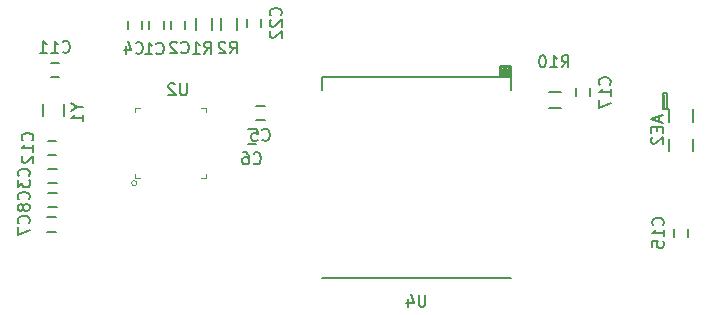
<source format=gbo>
G04 #@! TF.FileFunction,Legend,Bot*
%FSLAX46Y46*%
G04 Gerber Fmt 4.6, Leading zero omitted, Abs format (unit mm)*
G04 Created by KiCad (PCBNEW 4.0.5+dfsg1-4~bpo8+1) date Tue Nov 21 17:33:29 2017*
%MOMM*%
%LPD*%
G01*
G04 APERTURE LIST*
%ADD10C,0.100000*%
%ADD11C,0.200000*%
%ADD12C,0.150000*%
G04 APERTURE END LIST*
D10*
D11*
X128400000Y-72050000D02*
X129050000Y-72050000D01*
X129050000Y-72050000D02*
X129050000Y-71400000D01*
X129050000Y-71400000D02*
X128400000Y-71400000D01*
X128400000Y-71400000D02*
X128400000Y-71900000D01*
X128400000Y-71900000D02*
X128900000Y-71900000D01*
X128900000Y-71900000D02*
X128900000Y-71500000D01*
X128900000Y-71500000D02*
X128550000Y-71500000D01*
X128550000Y-71500000D02*
X128550000Y-71750000D01*
X128550000Y-71750000D02*
X128800000Y-71750000D01*
X128800000Y-71750000D02*
X128800000Y-71600000D01*
X128800000Y-71600000D02*
X128650000Y-71600000D01*
X129200000Y-72200000D02*
X129200000Y-71250000D01*
X129200000Y-71250000D02*
X128250000Y-71250000D01*
X128250000Y-71250000D02*
X128250000Y-72150000D01*
X113200000Y-72200000D02*
X113200000Y-73300000D01*
X129200000Y-72200000D02*
X129200000Y-73300000D01*
X129200000Y-72200000D02*
X113200000Y-72200000D01*
X113200000Y-89200000D02*
X129200000Y-89200000D01*
X142600000Y-74900000D02*
X142300000Y-74900000D01*
X142300000Y-74900000D02*
X142100000Y-74900000D01*
X142100000Y-74900000D02*
X142100000Y-73600000D01*
X142100000Y-73600000D02*
X142400000Y-73600000D01*
X142400000Y-73600000D02*
X142400000Y-74900000D01*
X142400000Y-74900000D02*
X142200000Y-74900000D01*
X142200000Y-74900000D02*
X142200000Y-73700000D01*
X142600000Y-78500000D02*
X142600000Y-77500000D01*
X144600000Y-77500000D02*
X144600000Y-78500000D01*
X144600000Y-74900000D02*
X144600000Y-76000000D01*
X142600000Y-74900000D02*
X142600000Y-76000000D01*
D12*
X99800000Y-68150000D02*
X99800000Y-67450000D01*
X98600000Y-67450000D02*
X98600000Y-68150000D01*
X101600000Y-68150000D02*
X101600000Y-67450000D01*
X100400000Y-67450000D02*
X100400000Y-68150000D01*
X90750000Y-80000000D02*
X90050000Y-80000000D01*
X90050000Y-81200000D02*
X90750000Y-81200000D01*
X98000000Y-68150000D02*
X98000000Y-67450000D01*
X96800000Y-67450000D02*
X96800000Y-68150000D01*
X107650000Y-75850000D02*
X108350000Y-75850000D01*
X108350000Y-74650000D02*
X107650000Y-74650000D01*
X106900000Y-77850000D02*
X107600000Y-77850000D01*
X107600000Y-76650000D02*
X106900000Y-76650000D01*
X90650000Y-84100000D02*
X89950000Y-84100000D01*
X89950000Y-85300000D02*
X90650000Y-85300000D01*
X90750000Y-82000000D02*
X90050000Y-82000000D01*
X90050000Y-83200000D02*
X90750000Y-83200000D01*
X90950000Y-71000000D02*
X90250000Y-71000000D01*
X90250000Y-72200000D02*
X90950000Y-72200000D01*
X89970000Y-78820000D02*
X90670000Y-78820000D01*
X90670000Y-77620000D02*
X89970000Y-77620000D01*
X143000000Y-85050000D02*
X143000000Y-85750000D01*
X144200000Y-85750000D02*
X144200000Y-85050000D01*
X135900000Y-73850000D02*
X135900000Y-73150000D01*
X134700000Y-73150000D02*
X134700000Y-73850000D01*
X103875000Y-68200000D02*
X103875000Y-67200000D01*
X102525000Y-67200000D02*
X102525000Y-68200000D01*
X104625000Y-67200000D02*
X104625000Y-68200000D01*
X105975000Y-68200000D02*
X105975000Y-67200000D01*
X133400000Y-73525000D02*
X132400000Y-73525000D01*
X132400000Y-74875000D02*
X133400000Y-74875000D01*
D10*
X97523607Y-81200000D02*
G75*
G03X97523607Y-81200000I-223607J0D01*
G01*
X97400000Y-80400000D02*
X97400000Y-80800000D01*
X97400000Y-80800000D02*
X97800000Y-80800000D01*
X103400000Y-80400000D02*
X103400000Y-80800000D01*
X103400000Y-80800000D02*
X103000000Y-80800000D01*
X103000000Y-74800000D02*
X103400000Y-74800000D01*
X103400000Y-74800000D02*
X103400000Y-75200000D01*
X97400000Y-74800000D02*
X97800000Y-74800000D01*
X97400000Y-74800000D02*
X97400000Y-75200000D01*
D12*
X91400000Y-74500000D02*
X91400000Y-75500000D01*
X89600000Y-74500000D02*
X89600000Y-75500000D01*
X108040000Y-67990000D02*
X108040000Y-67290000D01*
X106840000Y-67290000D02*
X106840000Y-67990000D01*
X121961905Y-90652381D02*
X121961905Y-91461905D01*
X121914286Y-91557143D01*
X121866667Y-91604762D01*
X121771429Y-91652381D01*
X121580952Y-91652381D01*
X121485714Y-91604762D01*
X121438095Y-91557143D01*
X121390476Y-91461905D01*
X121390476Y-90652381D01*
X120485714Y-90985714D02*
X120485714Y-91652381D01*
X120723810Y-90604762D02*
X120961905Y-91319048D01*
X120342857Y-91319048D01*
X141776667Y-75553333D02*
X141776667Y-76029524D01*
X142062381Y-75458095D02*
X141062381Y-75791428D01*
X142062381Y-76124762D01*
X141538571Y-76458095D02*
X141538571Y-76791429D01*
X142062381Y-76934286D02*
X142062381Y-76458095D01*
X141062381Y-76458095D01*
X141062381Y-76934286D01*
X141157619Y-77315238D02*
X141110000Y-77362857D01*
X141062381Y-77458095D01*
X141062381Y-77696191D01*
X141110000Y-77791429D01*
X141157619Y-77839048D01*
X141252857Y-77886667D01*
X141348095Y-77886667D01*
X141490952Y-77839048D01*
X142062381Y-77267619D01*
X142062381Y-77886667D01*
X99186666Y-70197143D02*
X99234285Y-70244762D01*
X99377142Y-70292381D01*
X99472380Y-70292381D01*
X99615238Y-70244762D01*
X99710476Y-70149524D01*
X99758095Y-70054286D01*
X99805714Y-69863810D01*
X99805714Y-69720952D01*
X99758095Y-69530476D01*
X99710476Y-69435238D01*
X99615238Y-69340000D01*
X99472380Y-69292381D01*
X99377142Y-69292381D01*
X99234285Y-69340000D01*
X99186666Y-69387619D01*
X98234285Y-70292381D02*
X98805714Y-70292381D01*
X98520000Y-70292381D02*
X98520000Y-69292381D01*
X98615238Y-69435238D01*
X98710476Y-69530476D01*
X98805714Y-69578095D01*
X101296666Y-70117143D02*
X101344285Y-70164762D01*
X101487142Y-70212381D01*
X101582380Y-70212381D01*
X101725238Y-70164762D01*
X101820476Y-70069524D01*
X101868095Y-69974286D01*
X101915714Y-69783810D01*
X101915714Y-69640952D01*
X101868095Y-69450476D01*
X101820476Y-69355238D01*
X101725238Y-69260000D01*
X101582380Y-69212381D01*
X101487142Y-69212381D01*
X101344285Y-69260000D01*
X101296666Y-69307619D01*
X100915714Y-69307619D02*
X100868095Y-69260000D01*
X100772857Y-69212381D01*
X100534761Y-69212381D01*
X100439523Y-69260000D01*
X100391904Y-69307619D01*
X100344285Y-69402857D01*
X100344285Y-69498095D01*
X100391904Y-69640952D01*
X100963333Y-70212381D01*
X100344285Y-70212381D01*
X88357143Y-80583334D02*
X88404762Y-80535715D01*
X88452381Y-80392858D01*
X88452381Y-80297620D01*
X88404762Y-80154762D01*
X88309524Y-80059524D01*
X88214286Y-80011905D01*
X88023810Y-79964286D01*
X87880952Y-79964286D01*
X87690476Y-80011905D01*
X87595238Y-80059524D01*
X87500000Y-80154762D01*
X87452381Y-80297620D01*
X87452381Y-80392858D01*
X87500000Y-80535715D01*
X87547619Y-80583334D01*
X87452381Y-80916667D02*
X87452381Y-81535715D01*
X87833333Y-81202381D01*
X87833333Y-81345239D01*
X87880952Y-81440477D01*
X87928571Y-81488096D01*
X88023810Y-81535715D01*
X88261905Y-81535715D01*
X88357143Y-81488096D01*
X88404762Y-81440477D01*
X88452381Y-81345239D01*
X88452381Y-81059524D01*
X88404762Y-80964286D01*
X88357143Y-80916667D01*
X97436666Y-70157143D02*
X97484285Y-70204762D01*
X97627142Y-70252381D01*
X97722380Y-70252381D01*
X97865238Y-70204762D01*
X97960476Y-70109524D01*
X98008095Y-70014286D01*
X98055714Y-69823810D01*
X98055714Y-69680952D01*
X98008095Y-69490476D01*
X97960476Y-69395238D01*
X97865238Y-69300000D01*
X97722380Y-69252381D01*
X97627142Y-69252381D01*
X97484285Y-69300000D01*
X97436666Y-69347619D01*
X96579523Y-69585714D02*
X96579523Y-70252381D01*
X96817619Y-69204762D02*
X97055714Y-69919048D01*
X96436666Y-69919048D01*
X108166666Y-77507143D02*
X108214285Y-77554762D01*
X108357142Y-77602381D01*
X108452380Y-77602381D01*
X108595238Y-77554762D01*
X108690476Y-77459524D01*
X108738095Y-77364286D01*
X108785714Y-77173810D01*
X108785714Y-77030952D01*
X108738095Y-76840476D01*
X108690476Y-76745238D01*
X108595238Y-76650000D01*
X108452380Y-76602381D01*
X108357142Y-76602381D01*
X108214285Y-76650000D01*
X108166666Y-76697619D01*
X107261904Y-76602381D02*
X107738095Y-76602381D01*
X107785714Y-77078571D01*
X107738095Y-77030952D01*
X107642857Y-76983333D01*
X107404761Y-76983333D01*
X107309523Y-77030952D01*
X107261904Y-77078571D01*
X107214285Y-77173810D01*
X107214285Y-77411905D01*
X107261904Y-77507143D01*
X107309523Y-77554762D01*
X107404761Y-77602381D01*
X107642857Y-77602381D01*
X107738095Y-77554762D01*
X107785714Y-77507143D01*
X107416666Y-79507143D02*
X107464285Y-79554762D01*
X107607142Y-79602381D01*
X107702380Y-79602381D01*
X107845238Y-79554762D01*
X107940476Y-79459524D01*
X107988095Y-79364286D01*
X108035714Y-79173810D01*
X108035714Y-79030952D01*
X107988095Y-78840476D01*
X107940476Y-78745238D01*
X107845238Y-78650000D01*
X107702380Y-78602381D01*
X107607142Y-78602381D01*
X107464285Y-78650000D01*
X107416666Y-78697619D01*
X106559523Y-78602381D02*
X106750000Y-78602381D01*
X106845238Y-78650000D01*
X106892857Y-78697619D01*
X106988095Y-78840476D01*
X107035714Y-79030952D01*
X107035714Y-79411905D01*
X106988095Y-79507143D01*
X106940476Y-79554762D01*
X106845238Y-79602381D01*
X106654761Y-79602381D01*
X106559523Y-79554762D01*
X106511904Y-79507143D01*
X106464285Y-79411905D01*
X106464285Y-79173810D01*
X106511904Y-79078571D01*
X106559523Y-79030952D01*
X106654761Y-78983333D01*
X106845238Y-78983333D01*
X106940476Y-79030952D01*
X106988095Y-79078571D01*
X107035714Y-79173810D01*
X88357143Y-84583334D02*
X88404762Y-84535715D01*
X88452381Y-84392858D01*
X88452381Y-84297620D01*
X88404762Y-84154762D01*
X88309524Y-84059524D01*
X88214286Y-84011905D01*
X88023810Y-83964286D01*
X87880952Y-83964286D01*
X87690476Y-84011905D01*
X87595238Y-84059524D01*
X87500000Y-84154762D01*
X87452381Y-84297620D01*
X87452381Y-84392858D01*
X87500000Y-84535715D01*
X87547619Y-84583334D01*
X87452381Y-84916667D02*
X87452381Y-85583334D01*
X88452381Y-85154762D01*
X88357143Y-82583334D02*
X88404762Y-82535715D01*
X88452381Y-82392858D01*
X88452381Y-82297620D01*
X88404762Y-82154762D01*
X88309524Y-82059524D01*
X88214286Y-82011905D01*
X88023810Y-81964286D01*
X87880952Y-81964286D01*
X87690476Y-82011905D01*
X87595238Y-82059524D01*
X87500000Y-82154762D01*
X87452381Y-82297620D01*
X87452381Y-82392858D01*
X87500000Y-82535715D01*
X87547619Y-82583334D01*
X87880952Y-83154762D02*
X87833333Y-83059524D01*
X87785714Y-83011905D01*
X87690476Y-82964286D01*
X87642857Y-82964286D01*
X87547619Y-83011905D01*
X87500000Y-83059524D01*
X87452381Y-83154762D01*
X87452381Y-83345239D01*
X87500000Y-83440477D01*
X87547619Y-83488096D01*
X87642857Y-83535715D01*
X87690476Y-83535715D01*
X87785714Y-83488096D01*
X87833333Y-83440477D01*
X87880952Y-83345239D01*
X87880952Y-83154762D01*
X87928571Y-83059524D01*
X87976190Y-83011905D01*
X88071429Y-82964286D01*
X88261905Y-82964286D01*
X88357143Y-83011905D01*
X88404762Y-83059524D01*
X88452381Y-83154762D01*
X88452381Y-83345239D01*
X88404762Y-83440477D01*
X88357143Y-83488096D01*
X88261905Y-83535715D01*
X88071429Y-83535715D01*
X87976190Y-83488096D01*
X87928571Y-83440477D01*
X87880952Y-83345239D01*
X91242857Y-70057143D02*
X91290476Y-70104762D01*
X91433333Y-70152381D01*
X91528571Y-70152381D01*
X91671429Y-70104762D01*
X91766667Y-70009524D01*
X91814286Y-69914286D01*
X91861905Y-69723810D01*
X91861905Y-69580952D01*
X91814286Y-69390476D01*
X91766667Y-69295238D01*
X91671429Y-69200000D01*
X91528571Y-69152381D01*
X91433333Y-69152381D01*
X91290476Y-69200000D01*
X91242857Y-69247619D01*
X90290476Y-70152381D02*
X90861905Y-70152381D01*
X90576191Y-70152381D02*
X90576191Y-69152381D01*
X90671429Y-69295238D01*
X90766667Y-69390476D01*
X90861905Y-69438095D01*
X89338095Y-70152381D02*
X89909524Y-70152381D01*
X89623810Y-70152381D02*
X89623810Y-69152381D01*
X89719048Y-69295238D01*
X89814286Y-69390476D01*
X89909524Y-69438095D01*
X88677143Y-77577143D02*
X88724762Y-77529524D01*
X88772381Y-77386667D01*
X88772381Y-77291429D01*
X88724762Y-77148571D01*
X88629524Y-77053333D01*
X88534286Y-77005714D01*
X88343810Y-76958095D01*
X88200952Y-76958095D01*
X88010476Y-77005714D01*
X87915238Y-77053333D01*
X87820000Y-77148571D01*
X87772381Y-77291429D01*
X87772381Y-77386667D01*
X87820000Y-77529524D01*
X87867619Y-77577143D01*
X88772381Y-78529524D02*
X88772381Y-77958095D01*
X88772381Y-78243809D02*
X87772381Y-78243809D01*
X87915238Y-78148571D01*
X88010476Y-78053333D01*
X88058095Y-77958095D01*
X87867619Y-78910476D02*
X87820000Y-78958095D01*
X87772381Y-79053333D01*
X87772381Y-79291429D01*
X87820000Y-79386667D01*
X87867619Y-79434286D01*
X87962857Y-79481905D01*
X88058095Y-79481905D01*
X88200952Y-79434286D01*
X88772381Y-78862857D01*
X88772381Y-79481905D01*
X142057143Y-84757143D02*
X142104762Y-84709524D01*
X142152381Y-84566667D01*
X142152381Y-84471429D01*
X142104762Y-84328571D01*
X142009524Y-84233333D01*
X141914286Y-84185714D01*
X141723810Y-84138095D01*
X141580952Y-84138095D01*
X141390476Y-84185714D01*
X141295238Y-84233333D01*
X141200000Y-84328571D01*
X141152381Y-84471429D01*
X141152381Y-84566667D01*
X141200000Y-84709524D01*
X141247619Y-84757143D01*
X142152381Y-85709524D02*
X142152381Y-85138095D01*
X142152381Y-85423809D02*
X141152381Y-85423809D01*
X141295238Y-85328571D01*
X141390476Y-85233333D01*
X141438095Y-85138095D01*
X141152381Y-86614286D02*
X141152381Y-86138095D01*
X141628571Y-86090476D01*
X141580952Y-86138095D01*
X141533333Y-86233333D01*
X141533333Y-86471429D01*
X141580952Y-86566667D01*
X141628571Y-86614286D01*
X141723810Y-86661905D01*
X141961905Y-86661905D01*
X142057143Y-86614286D01*
X142104762Y-86566667D01*
X142152381Y-86471429D01*
X142152381Y-86233333D01*
X142104762Y-86138095D01*
X142057143Y-86090476D01*
X137557143Y-72857143D02*
X137604762Y-72809524D01*
X137652381Y-72666667D01*
X137652381Y-72571429D01*
X137604762Y-72428571D01*
X137509524Y-72333333D01*
X137414286Y-72285714D01*
X137223810Y-72238095D01*
X137080952Y-72238095D01*
X136890476Y-72285714D01*
X136795238Y-72333333D01*
X136700000Y-72428571D01*
X136652381Y-72571429D01*
X136652381Y-72666667D01*
X136700000Y-72809524D01*
X136747619Y-72857143D01*
X137652381Y-73809524D02*
X137652381Y-73238095D01*
X137652381Y-73523809D02*
X136652381Y-73523809D01*
X136795238Y-73428571D01*
X136890476Y-73333333D01*
X136938095Y-73238095D01*
X136652381Y-74142857D02*
X136652381Y-74809524D01*
X137652381Y-74380952D01*
X103246666Y-70232381D02*
X103580000Y-69756190D01*
X103818095Y-70232381D02*
X103818095Y-69232381D01*
X103437142Y-69232381D01*
X103341904Y-69280000D01*
X103294285Y-69327619D01*
X103246666Y-69422857D01*
X103246666Y-69565714D01*
X103294285Y-69660952D01*
X103341904Y-69708571D01*
X103437142Y-69756190D01*
X103818095Y-69756190D01*
X102294285Y-70232381D02*
X102865714Y-70232381D01*
X102580000Y-70232381D02*
X102580000Y-69232381D01*
X102675238Y-69375238D01*
X102770476Y-69470476D01*
X102865714Y-69518095D01*
X105406666Y-70212381D02*
X105740000Y-69736190D01*
X105978095Y-70212381D02*
X105978095Y-69212381D01*
X105597142Y-69212381D01*
X105501904Y-69260000D01*
X105454285Y-69307619D01*
X105406666Y-69402857D01*
X105406666Y-69545714D01*
X105454285Y-69640952D01*
X105501904Y-69688571D01*
X105597142Y-69736190D01*
X105978095Y-69736190D01*
X105025714Y-69307619D02*
X104978095Y-69260000D01*
X104882857Y-69212381D01*
X104644761Y-69212381D01*
X104549523Y-69260000D01*
X104501904Y-69307619D01*
X104454285Y-69402857D01*
X104454285Y-69498095D01*
X104501904Y-69640952D01*
X105073333Y-70212381D01*
X104454285Y-70212381D01*
X133492857Y-71392381D02*
X133826191Y-70916190D01*
X134064286Y-71392381D02*
X134064286Y-70392381D01*
X133683333Y-70392381D01*
X133588095Y-70440000D01*
X133540476Y-70487619D01*
X133492857Y-70582857D01*
X133492857Y-70725714D01*
X133540476Y-70820952D01*
X133588095Y-70868571D01*
X133683333Y-70916190D01*
X134064286Y-70916190D01*
X132540476Y-71392381D02*
X133111905Y-71392381D01*
X132826191Y-71392381D02*
X132826191Y-70392381D01*
X132921429Y-70535238D01*
X133016667Y-70630476D01*
X133111905Y-70678095D01*
X131921429Y-70392381D02*
X131826190Y-70392381D01*
X131730952Y-70440000D01*
X131683333Y-70487619D01*
X131635714Y-70582857D01*
X131588095Y-70773333D01*
X131588095Y-71011429D01*
X131635714Y-71201905D01*
X131683333Y-71297143D01*
X131730952Y-71344762D01*
X131826190Y-71392381D01*
X131921429Y-71392381D01*
X132016667Y-71344762D01*
X132064286Y-71297143D01*
X132111905Y-71201905D01*
X132159524Y-71011429D01*
X132159524Y-70773333D01*
X132111905Y-70582857D01*
X132064286Y-70487619D01*
X132016667Y-70440000D01*
X131921429Y-70392381D01*
X101761905Y-72752381D02*
X101761905Y-73561905D01*
X101714286Y-73657143D01*
X101666667Y-73704762D01*
X101571429Y-73752381D01*
X101380952Y-73752381D01*
X101285714Y-73704762D01*
X101238095Y-73657143D01*
X101190476Y-73561905D01*
X101190476Y-72752381D01*
X100761905Y-72847619D02*
X100714286Y-72800000D01*
X100619048Y-72752381D01*
X100380952Y-72752381D01*
X100285714Y-72800000D01*
X100238095Y-72847619D01*
X100190476Y-72942857D01*
X100190476Y-73038095D01*
X100238095Y-73180952D01*
X100809524Y-73752381D01*
X100190476Y-73752381D01*
X92476190Y-74773809D02*
X92952381Y-74773809D01*
X91952381Y-74440476D02*
X92476190Y-74773809D01*
X91952381Y-75107143D01*
X92952381Y-75964286D02*
X92952381Y-75392857D01*
X92952381Y-75678571D02*
X91952381Y-75678571D01*
X92095238Y-75583333D01*
X92190476Y-75488095D01*
X92238095Y-75392857D01*
X109697143Y-66997143D02*
X109744762Y-66949524D01*
X109792381Y-66806667D01*
X109792381Y-66711429D01*
X109744762Y-66568571D01*
X109649524Y-66473333D01*
X109554286Y-66425714D01*
X109363810Y-66378095D01*
X109220952Y-66378095D01*
X109030476Y-66425714D01*
X108935238Y-66473333D01*
X108840000Y-66568571D01*
X108792381Y-66711429D01*
X108792381Y-66806667D01*
X108840000Y-66949524D01*
X108887619Y-66997143D01*
X108887619Y-67378095D02*
X108840000Y-67425714D01*
X108792381Y-67520952D01*
X108792381Y-67759048D01*
X108840000Y-67854286D01*
X108887619Y-67901905D01*
X108982857Y-67949524D01*
X109078095Y-67949524D01*
X109220952Y-67901905D01*
X109792381Y-67330476D01*
X109792381Y-67949524D01*
X108887619Y-68330476D02*
X108840000Y-68378095D01*
X108792381Y-68473333D01*
X108792381Y-68711429D01*
X108840000Y-68806667D01*
X108887619Y-68854286D01*
X108982857Y-68901905D01*
X109078095Y-68901905D01*
X109220952Y-68854286D01*
X109792381Y-68282857D01*
X109792381Y-68901905D01*
M02*

</source>
